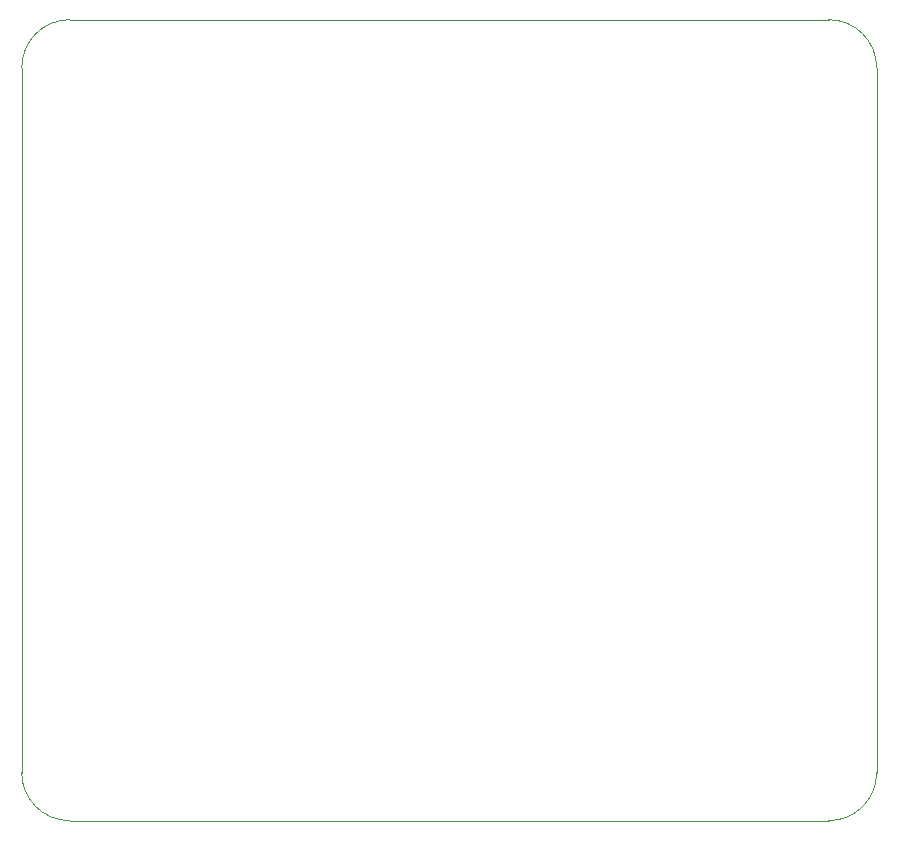
<source format=gbr>
%TF.GenerationSoftware,KiCad,Pcbnew,(5.1.10)-1*%
%TF.CreationDate,2021-12-04T17:03:40-06:00*%
%TF.ProjectId,blackbox_rev1,626c6163-6b62-46f7-985f-726576312e6b,rev?*%
%TF.SameCoordinates,Original*%
%TF.FileFunction,Profile,NP*%
%FSLAX46Y46*%
G04 Gerber Fmt 4.6, Leading zero omitted, Abs format (unit mm)*
G04 Created by KiCad (PCBNEW (5.1.10)-1) date 2021-12-04 17:03:40*
%MOMM*%
%LPD*%
G01*
G04 APERTURE LIST*
%TA.AperFunction,Profile*%
%ADD10C,0.050000*%
%TD*%
G04 APERTURE END LIST*
D10*
X120142000Y-22606000D02*
G75*
G02*
X124206000Y-26670000I0J-4064000D01*
G01*
X124206000Y-86360000D02*
X124206000Y-26670000D01*
X55880000Y-22606000D02*
X120142000Y-22606000D01*
X51816000Y-26670000D02*
G75*
G02*
X55880000Y-22606000I4064000J0D01*
G01*
X51816000Y-86360000D02*
X51816000Y-26670000D01*
X120142000Y-90424000D02*
X55880000Y-90424000D01*
X124206000Y-86360000D02*
G75*
G02*
X120142000Y-90424000I-4064000J0D01*
G01*
X55880000Y-90424000D02*
G75*
G02*
X51816000Y-86360000I0J4064000D01*
G01*
M02*

</source>
